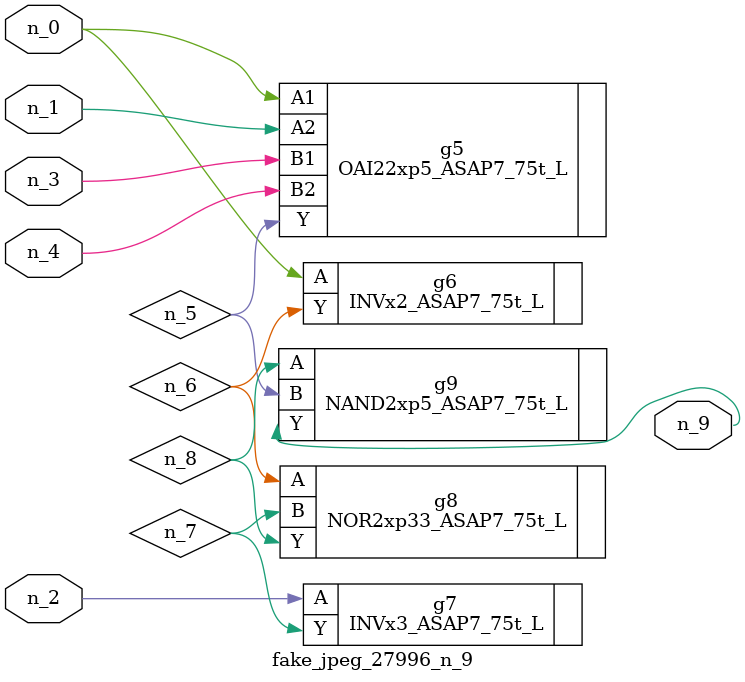
<source format=v>
module fake_jpeg_27996_n_9 (n_3, n_2, n_1, n_0, n_4, n_9);

input n_3;
input n_2;
input n_1;
input n_0;
input n_4;

output n_9;

wire n_8;
wire n_6;
wire n_5;
wire n_7;

OAI22xp5_ASAP7_75t_L g5 ( 
.A1(n_0),
.A2(n_1),
.B1(n_3),
.B2(n_4),
.Y(n_5)
);

INVx2_ASAP7_75t_L g6 ( 
.A(n_0),
.Y(n_6)
);

INVx3_ASAP7_75t_L g7 ( 
.A(n_2),
.Y(n_7)
);

NOR2xp33_ASAP7_75t_L g8 ( 
.A(n_6),
.B(n_7),
.Y(n_8)
);

NAND2xp5_ASAP7_75t_L g9 ( 
.A(n_8),
.B(n_5),
.Y(n_9)
);


endmodule
</source>
